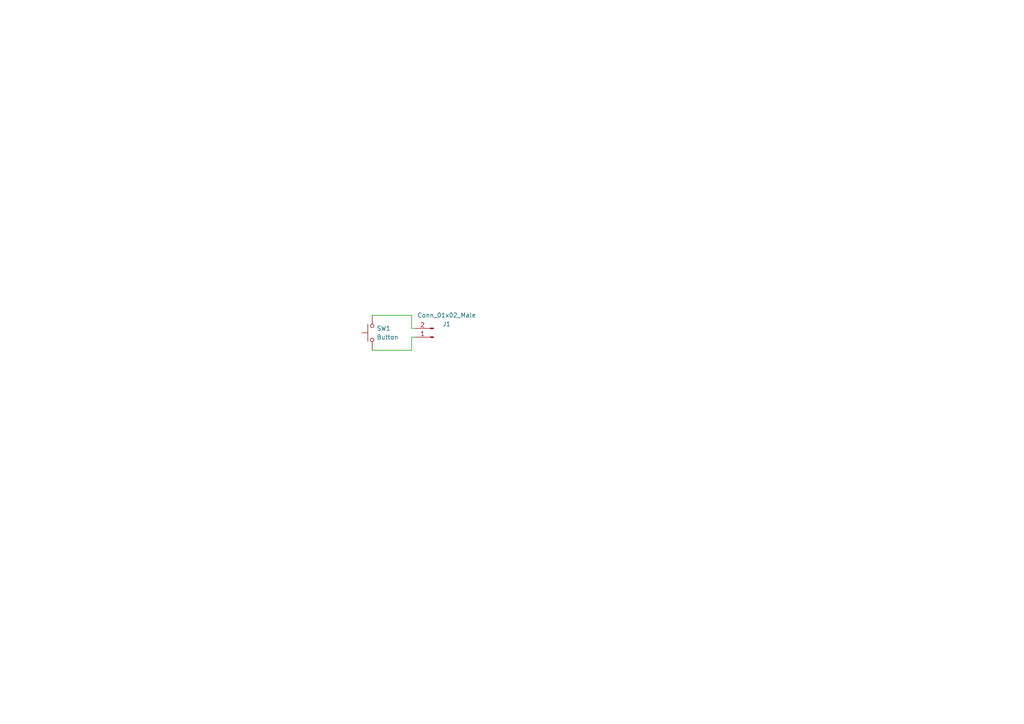
<source format=kicad_sch>
(kicad_sch (version 20211123) (generator eeschema)
  (paper "A4")
  (lib_symbols
    (symbol "Connector:Conn_01x02_Male" (pin_names (offset 1.016) hide)
      (property "Reference" "J" (at 0 2.54 0))
      (property "Value" "Conn_01x02_Male" (at 0 -5.08 0))
      (symbol "Conn_01x02_Male_1_1"
        (polyline (pts (xy 1.27 -2.54) (xy 0.8636 -2.54)) (stroke (width 0.1524)))
        (polyline (pts (xy 1.27 0) (xy 0.8636 0)) (stroke (width 0.1524)))
        (rectangle (start 0.8636 -2.413) (end 0 -2.667) (stroke (width 0.1524)) (fill (type outline)))
        (rectangle (start 0.8636 0.127) (end 0 -0.127) (stroke (width 0.1524)) (fill (type outline)))
        (pin passive line (at 5.08 0 180) (length 3.81) (name "Pin_1") (number "1"))
        (pin passive line (at 5.08 -2.54 180) (length 3.81) (name "Pin_2") (number "2"))
      )
    )
    (symbol "Switch:SW_Push" (pin_numbers hide) (pin_names (offset 1.016) hide)
      (property "Reference" "SW" (at 1.27 2.54 0))
      (property "Value" "SW_Push" (at 0 -1.524 0))
      (symbol "SW_Push_0_1"
        (circle (center -2.032 0) (radius 0.508))
        (polyline (pts (xy 0 1.27) (xy 0 3.048)))
        (polyline (pts (xy 2.54 1.27) (xy -2.54 1.27)))
        (circle (center 2.032 0) (radius 0.508))
        (pin passive line (at -5.08 0 0) (length 2.54) (name "1") (number "1"))
        (pin passive line (at 5.08 0 180) (length 2.54) (name "2") (number "2"))
      )
    )
  )
  (wire (pts (xy 119.38 101.6) (xy 107.95 101.6)))
  (wire (pts (xy 119.38 95.25) (xy 120.65 95.25)))
  (wire (pts (xy 119.38 91.44) (xy 119.38 95.25)))
  (wire (pts (xy 107.95 91.44) (xy 119.38 91.44)))
  (wire (pts (xy 120.65 97.79) (xy 119.38 97.79)))
  (wire (pts (xy 119.38 97.79) (xy 119.38 101.6)))
  (symbol (lib_id "Switch:SW_Push") (at 107.95 96.52 90) (unit 1)
    (property "Reference" "SW1" (at 109.22 95.2499 90) (effects (justify right)))
    (property "Value" "Button" (at 109.22 97.7899 90) (effects (justify right)))
  )
  (symbol (lib_id "Connector:Conn_01x02_Male") (at 125.73 97.79 180) (unit 1)
    (property "Reference" "J1" (at 129.54 93.98 0))
    (property "Value" "Conn_01x02_Male" (at 129.54 91.44 0))
  )
)
</source>
